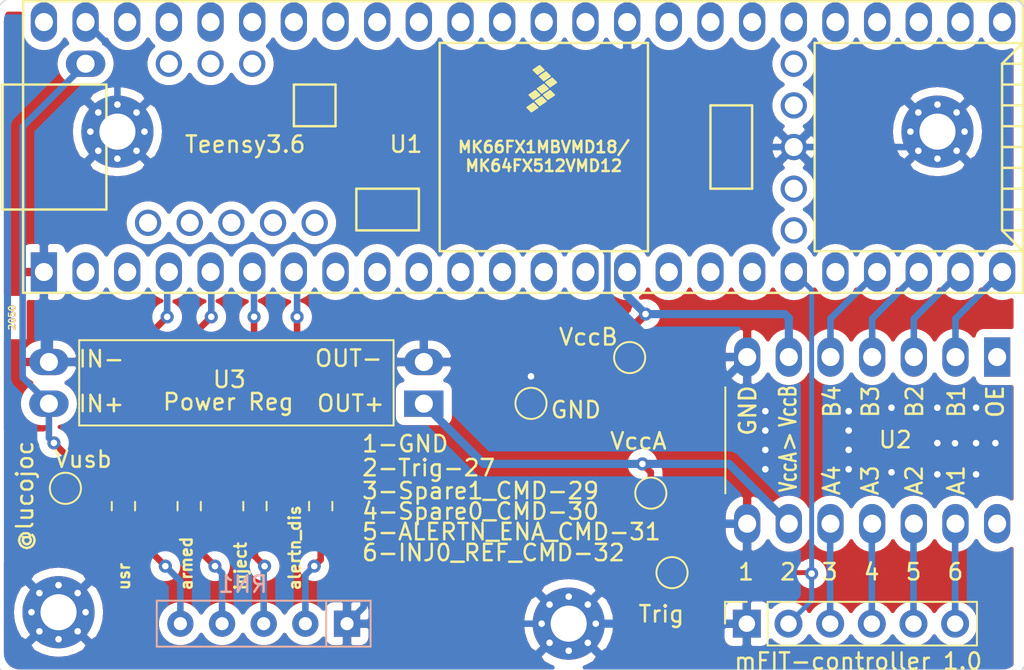
<source format=kicad_pcb>
(kicad_pcb (version 20171130) (host pcbnew "(5.1.6)-1")
  (layers (0 F.Cu signal) (31 B.Cu signal) (34 B.Paste user hide) (35 F.Paste user hide) (36 B.SilkS user hide) (37 F.SilkS user hide) (38 B.Mask user hide) (39 F.Mask user hide) (44 Edge.Cuts user hide))
  (net 0 "")
  (net 1 "Net-(U1-Pad62)")
  (net 2 "Net-(U1-Pad61)")
  (net 3 "Net-(U1-Pad60)")
  (net 4 "Net-(U1-Pad59)")
  (net 5 "Net-(U1-Pad58)")
  (net 6 "Net-(U1-Pad57)")
  (net 7 "Net-(U1-Pad56)")
  (net 8 "Net-(U1-Pad55)")
  (net 9 "Net-(U1-Pad53)")
  (net 10 "Net-(U1-Pad51)")
  (net 11 "Net-(U1-Pad50)")
  (net 12 "Net-(U1-Pad49)")
  (net 13 "Net-(U1-Pad48)")
  (net 14 "Net-(U1-Pad47)")
  (net 15 "Net-(U1-Pad46)")
  (net 16 "Net-(U1-Pad45)")
  (net 17 "Net-(U1-Pad44)")
  (net 18 "Net-(U1-Pad43)")
  (net 19 "Net-(U1-Pad42)")
  (net 20 "Net-(U1-Pad41)")
  (net 21 "Net-(U1-Pad40)")
  (net 22 "Net-(U1-Pad38)")
  (net 23 "Net-(U1-Pad2)")
  (net 24 "Net-(U1-Pad3)")
  (net 25 "Net-(U1-Pad8)")
  (net 26 "Net-(U1-Pad9)")
  (net 27 "Net-(U1-Pad10)")
  (net 28 "Net-(U1-Pad11)")
  (net 29 "Net-(U1-Pad12)")
  (net 30 "Net-(U1-Pad13)")
  (net 31 "Net-(U1-Pad37)")
  (net 32 "Net-(U1-Pad36)")
  (net 33 "Net-(U1-Pad35)")
  (net 34 "Net-(U1-Pad34)")
  (net 35 "Net-(U1-Pad33)")
  (net 36 "Net-(U1-Pad32)")
  (net 37 "Net-(U1-Pad31)")
  (net 38 "Net-(U1-Pad30)")
  (net 39 "Net-(U1-Pad29)")
  (net 40 "Net-(U1-Pad28)")
  (net 41 "Net-(U1-Pad26)")
  (net 42 "Net-(U1-Pad25)")
  (net 43 "Net-(U1-Pad14)")
  (net 44 "Net-(U1-Pad16)")
  (net 45 "Net-(U1-Pad20)")
  (net 46 "Net-(U1-Pad18)")
  (net 47 "Net-(U1-Pad17)")
  (net 48 "Net-(U2-Pad1)")
  (net 49 "Net-(U2-Pad14)")
  (net 50 /VccA)
  (net 51 GND)
  (net 52 /VccB)
  (net 53 /Trig)
  (net 54 "Net-(D1-Pad2)")
  (net 55 "Net-(D1-Pad1)")
  (net 56 "Net-(D2-Pad2)")
  (net 57 "Net-(D2-Pad1)")
  (net 58 "Net-(D3-Pad2)")
  (net 59 "Net-(D3-Pad1)")
  (net 60 "Net-(D4-Pad2)")
  (net 61 "Net-(D4-Pad1)")
  (net 62 /INJ0_REF_CMD)
  (net 63 /ALERTN_ENA_CMD)
  (net 64 /SPARE0_CMD)
  (net 65 /SPARE1_CMD)
  (net 66 /INJ0_REF)
  (net 67 /ALERTN_ENA)
  (net 68 /SPARE0)
  (net 69 /SPARE1)
  (net 70 /Vusb)
  (module power-reg-breakout:breakout-power-reg (layer F.Cu) (at 138.684 116.586 180)
    (fp_text reference U3 (at 11.85672 1.4732) (layer F.SilkS))
    (fp_text value power-reg-1.8V)
    (fp_text user "Power Reg" (at 11.92022 0.10668) (layer F.SilkS))
    (fp_text user OUT+ (at 4.4577 0.0127) (layer F.SilkS))
    (fp_text user OUT- (at 4.58724 2.76098) (layer F.SilkS))
    (fp_text user IN- (at 19.6596 2.72288) (layer F.SilkS))
    (fp_text user IN+ (at 19.6596 -0.00508) (layer F.SilkS))
    (fp_line (start 21.015 -1.33) (end 1.845 -1.33) (layer F.SilkS) (width 0.12))
    (fp_line (start 1.845 -1.33) (end 1.845 3.87) (layer F.SilkS) (width 0.12))
    (fp_line (start 1.845 3.87) (end 21.015 3.87) (layer F.SilkS) (width 0.12))
    (fp_line (start 21.015 3.87) (end 21.015 -1.33) (layer F.SilkS) (width 0.12))
    (pad 1 thru_hole rect (at 0 0 180) (size 2.4 1.6) (drill 1.1) (layers *.Cu *.Mask) (net 50 /VccA))
    (pad 3 thru_hole oval (at 22.86 2.54 180) (size 2.4 1.6) (drill 1.1) (layers *.Cu *.Mask) (net 51 GND))
    (pad 2 thru_hole oval (at 0 2.54 180) (size 2.4 1.6) (drill 1.1) (layers *.Cu *.Mask) (net 51 GND))
    (pad 4 thru_hole oval (at 22.86 0 180) (size 2.4 1.6) (drill 1.1) (layers *.Cu *.Mask) (net 70 /Vusb))
  )
  (module txb0104-breakout:TXB0104-breakout (layer F.Cu) (at 173.63694 113.74374 270)
    (fp_text reference U2 (at 5.04444 6.2103 180) (layer F.SilkS))
    (fp_text value TXB-0104-breakout)
    (fp_text user A4 (at 7.51332 10.08634 90) (layer F.SilkS))
    (fp_text user A1 (at 7.51332 2.50444 90) (layer F.SilkS))
    (fp_text user A3 (at 7.51332 7.73938 90) (layer F.SilkS))
    (fp_text user A2 (at 7.51332 5.05206 90) (layer F.SilkS))
    (fp_text user GND (at 3.265419 15.2019 90) (layer F.SilkS))
    (fp_text user GND (at 3.265419 15.2019 90) (layer F.SilkS))
    (fp_text user > (at 5.15112 12.71524 90) (layer F.SilkS))
    (fp_text user VccA (at 7.01548 12.73556 90) (layer F.SilkS) (effects (font (size 1 0.7))))
    (fp_text user VccB (at 2.99161 12.75588 90) (layer F.SilkS) (effects (font (size 1 0.7))))
    (fp_text user B4 (at 2.7178 10.06602 90) (layer F.SilkS))
    (fp_text user B3 (at 2.7178 7.71906 90) (layer F.SilkS))
    (fp_text user B2 (at 2.7178 5.03174 90) (layer F.SilkS))
    (fp_text user B1 (at 2.7178 2.48412 90) (layer F.SilkS))
    (fp_text user OE (at 2.7178 0.11684 90) (layer F.SilkS))
    (fp_text user OE (at 2.7178 0.11684 90) (layer F.SilkS))
    (fp_line (start 1.845 16.57) (end 8.315 16.57) (layer F.SilkS) (width 0.12))
    (pad 1 thru_hole rect (at 0 0 270) (size 2.4 1.6) (drill 1.1) (layers *.Cu *.Mask) (net 48 "Net-(U2-Pad1)"))
    (pad 8 thru_hole oval (at 10.16 15.24 270) (size 2.4 1.6) (drill 1.1) (layers *.Cu *.Mask) (net 51 GND))
    (pad 2 thru_hole oval (at 0 2.54 270) (size 2.4 1.6) (drill 1.1) (layers *.Cu *.Mask) (net 66 /INJ0_REF))
    (pad 9 thru_hole oval (at 10.16 12.7 270) (size 2.4 1.6) (drill 1.1) (layers *.Cu *.Mask) (net 50 /VccA))
    (pad 3 thru_hole oval (at 0 5.08 270) (size 2.4 1.6) (drill 1.1) (layers *.Cu *.Mask) (net 67 /ALERTN_ENA))
    (pad 10 thru_hole oval (at 10.16 10.16 270) (size 2.4 1.6) (drill 1.1) (layers *.Cu *.Mask) (net 65 /SPARE1_CMD))
    (pad 4 thru_hole oval (at 0 7.62 270) (size 2.4 1.6) (drill 1.1) (layers *.Cu *.Mask) (net 68 /SPARE0))
    (pad 11 thru_hole oval (at 10.16 7.62 270) (size 2.4 1.6) (drill 1.1) (layers *.Cu *.Mask) (net 64 /SPARE0_CMD))
    (pad 5 thru_hole oval (at 0 10.16 270) (size 2.4 1.6) (drill 1.1) (layers *.Cu *.Mask) (net 69 /SPARE1))
    (pad 12 thru_hole oval (at 10.16 5.08 270) (size 2.4 1.6) (drill 1.1) (layers *.Cu *.Mask) (net 63 /ALERTN_ENA_CMD))
    (pad 6 thru_hole oval (at 0 12.7 270) (size 2.4 1.6) (drill 1.1) (layers *.Cu *.Mask) (net 52 /VccB))
    (pad 13 thru_hole oval (at 10.16 2.54 270) (size 2.4 1.6) (drill 1.1) (layers *.Cu *.Mask) (net 62 /INJ0_REF_CMD))
    (pad 7 thru_hole oval (at 0 15.24 270) (size 2.4 1.6) (drill 1.1) (layers *.Cu *.Mask) (net 51 GND))
    (pad 14 thru_hole oval (at 10.16 0 270) (size 2.4 1.6) (drill 1.1) (layers *.Cu *.Mask) (net 49 "Net-(U2-Pad14)"))
  )
  (module TestPoint:TestPoint_Pad_D1.5mm (layer F.Cu) (at 116.82984 121.74728)
    (fp_text reference TP5 hide)
    (fp_text value TestPoint)
    (fp_circle (center 0 0) (end 0 0.95) (layer F.SilkS) (width 0.12))
    (pad 1 smd circle (at 0 0) (size 1.5 1.5) (layers F.Cu F.Mask) (net 70 /Vusb))
  )
  (module teensy:Teensy35_36 (layer F.Cu) (at 144.7292 100.9396)
    (fp_text reference U1 (at -7.13486 -0.16764) (layer F.SilkS))
    (fp_text value Teensy3.6)
    (fp_poly (pts (xy 1.27 -3.81) (xy 1.524 -3.556) (xy 1.143 -3.302) (xy 0.889 -3.556)) (layer F.SilkS) (width 0.1))
    (fp_poly (pts (xy 1.397 -4.572) (xy 1.651 -4.318) (xy 1.27 -4.064) (xy 1.016 -4.318)) (layer F.SilkS) (width 0.1))
    (fp_poly (pts (xy 1.651 -3.429) (xy 1.905 -3.175) (xy 1.524 -2.921) (xy 1.27 -3.175)) (layer F.SilkS) (width 0.1))
    (fp_poly (pts (xy 1.143 -3.048) (xy 1.397 -2.794) (xy 1.016 -2.54) (xy 0.762 -2.794)) (layer F.SilkS) (width 0.1))
    (fp_poly (pts (xy 1.778 -4.191) (xy 2.032 -3.937) (xy 1.651 -3.683) (xy 1.397 -3.937)) (layer F.SilkS) (width 0.1))
    (fp_poly (pts (xy 0.635 -2.667) (xy 0.889 -2.413) (xy 0.508 -2.159) (xy 0.254 -2.413)) (layer F.SilkS) (width 0.1))
    (fp_poly (pts (xy 0.762 -3.429) (xy 1.016 -3.175) (xy 0.635 -2.921) (xy 0.381 -3.175)) (layer F.SilkS) (width 0.1))
    (fp_poly (pts (xy 1.016 -4.953) (xy 1.27 -4.699) (xy 0.889 -4.445) (xy 0.635 -4.699)) (layer F.SilkS) (width 0.1))
    (fp_line (start -30.48 8.89) (end -30.48 -8.89) (layer F.SilkS) (width 0.15))
    (fp_line (start 30.48 -8.89) (end 30.48 8.89) (layer F.SilkS) (width 0.15))
    (fp_line (start 11.43 -2.54) (end 13.97 -2.54) (layer F.SilkS) (width 0.15))
    (fp_line (start 11.43 2.54) (end 11.43 -2.54) (layer F.SilkS) (width 0.15))
    (fp_line (start 13.97 2.54) (end 11.43 2.54) (layer F.SilkS) (width 0.15))
    (fp_line (start 13.97 -2.54) (end 13.97 2.54) (layer F.SilkS) (width 0.15))
    (fp_line (start -25.4 3.81) (end -30.48 3.81) (layer F.SilkS) (width 0.15))
    (fp_line (start -25.4 -3.81) (end -30.48 -3.81) (layer F.SilkS) (width 0.15))
    (fp_line (start -25.4 3.81) (end -25.4 -3.81) (layer F.SilkS) (width 0.15))
    (fp_line (start -31.75 -3.81) (end -30.48 -3.81) (layer F.SilkS) (width 0.15))
    (fp_line (start -31.75 3.81) (end -31.75 -3.81) (layer F.SilkS) (width 0.15))
    (fp_line (start -30.48 3.81) (end -31.75 3.81) (layer F.SilkS) (width 0.15))
    (fp_line (start -30.48 8.89) (end 30.48 8.89) (layer F.SilkS) (width 0.15))
    (fp_line (start 30.48 -8.89) (end -30.48 -8.89) (layer F.SilkS) (width 0.15))
    (fp_line (start 17.78 6.35) (end 30.48 6.35) (layer F.SilkS) (width 0.15))
    (fp_line (start 17.78 -6.35) (end 17.78 6.35) (layer F.SilkS) (width 0.15))
    (fp_line (start 30.48 -6.35) (end 17.78 -6.35) (layer F.SilkS) (width 0.15))
    (fp_line (start 29.21 -5.08) (end 30.48 -6.35) (layer F.SilkS) (width 0.15))
    (fp_line (start 29.21 5.08) (end 29.21 -5.08) (layer F.SilkS) (width 0.15))
    (fp_line (start 30.48 6.35) (end 29.21 5.08) (layer F.SilkS) (width 0.15))
    (fp_line (start 29.21 -5.08) (end 30.48 -5.08) (layer F.SilkS) (width 0.15))
    (fp_line (start 29.21 -3.81) (end 30.48 -3.81) (layer F.SilkS) (width 0.15))
    (fp_line (start 29.21 -2.54) (end 30.48 -2.54) (layer F.SilkS) (width 0.15))
    (fp_line (start 29.21 -1.27) (end 30.48 -1.27) (layer F.SilkS) (width 0.15))
    (fp_line (start 29.21 0) (end 30.48 0) (layer F.SilkS) (width 0.15))
    (fp_line (start 29.21 1.27) (end 30.48 1.27) (layer F.SilkS) (width 0.15))
    (fp_line (start 29.21 2.54) (end 30.48 2.54) (layer F.SilkS) (width 0.15))
    (fp_line (start 29.21 3.81) (end 30.48 3.81) (layer F.SilkS) (width 0.15))
    (fp_line (start 29.21 5.08) (end 30.48 5.08) (layer F.SilkS) (width 0.15))
    (fp_line (start -5.08 -6.35) (end 7.62 -6.35) (layer F.SilkS) (width 0.15))
    (fp_line (start -5.08 6.35) (end 7.62 6.35) (layer F.SilkS) (width 0.15))
    (fp_line (start -5.08 -6.35) (end -5.08 6.35) (layer F.SilkS) (width 0.15))
    (fp_line (start 7.62 6.35) (end 7.62 -6.35) (layer F.SilkS) (width 0.15))
    (fp_line (start -6.35 2.54) (end -6.35 5.08) (layer F.SilkS) (width 0.15))
    (fp_line (start -10.16 2.54) (end -6.35 2.54) (layer F.SilkS) (width 0.15))
    (fp_line (start -10.16 5.08) (end -10.16 2.54) (layer F.SilkS) (width 0.15))
    (fp_line (start -6.35 5.08) (end -10.16 5.08) (layer F.SilkS) (width 0.15))
    (fp_line (start -11.43 -3.81) (end -13.97 -3.81) (layer F.SilkS) (width 0.15))
    (fp_line (start -11.43 -1.27) (end -11.43 -3.81) (layer F.SilkS) (width 0.15))
    (fp_line (start -13.97 -1.27) (end -11.43 -1.27) (layer F.SilkS) (width 0.15))
    (fp_line (start -13.97 -3.81) (end -13.97 -1.27) (layer F.SilkS) (width 0.15))
    (fp_text user MK64FX512VMD12 (at 1.27 1.143) (layer F.SilkS) (effects (font (size 0.7 0.7))))
    (fp_text user MK66FX1MBVMD18/ (at 1.27 0) (layer F.SilkS) (effects (font (size 0.7 0.7))))
    (pad 62 thru_hole circle (at -12.7 4.62) (size 1.6 1.6) (drill 1.1) (layers *.Cu *.Mask) (net 1 "Net-(U1-Pad62)"))
    (pad 61 thru_hole circle (at -15.24 4.62) (size 1.6 1.6) (drill 1.1) (layers *.Cu *.Mask) (net 2 "Net-(U1-Pad61)"))
    (pad 60 thru_hole circle (at -17.78 4.62) (size 1.6 1.6) (drill 1.1) (layers *.Cu *.Mask) (net 3 "Net-(U1-Pad60)"))
    (pad 59 thru_hole circle (at -20.32 4.62) (size 1.6 1.6) (drill 1.1) (layers *.Cu *.Mask) (net 4 "Net-(U1-Pad59)"))
    (pad 58 thru_hole circle (at -22.86 4.62) (size 1.6 1.6) (drill 1.1) (layers *.Cu *.Mask) (net 5 "Net-(U1-Pad58)"))
    (pad 57 thru_hole circle (at -16.51 -5.08) (size 1.6 1.6) (drill 1.1) (layers *.Cu *.Mask) (net 6 "Net-(U1-Pad57)"))
    (pad 56 thru_hole circle (at -19.05 -5.08) (size 1.6 1.6) (drill 1.1) (layers *.Cu *.Mask) (net 7 "Net-(U1-Pad56)"))
    (pad 55 thru_hole circle (at -21.59 -5.08) (size 1.6 1.6) (drill 1.1) (layers *.Cu *.Mask) (net 8 "Net-(U1-Pad55)"))
    (pad 54 thru_hole oval (at -26.67 -5.08 90) (size 1.6 2.4) (drill 1.1) (layers *.Cu *.Mask) (net 70 /Vusb))
    (pad 53 thru_hole oval (at -29.21 -7.62) (size 1.6 2.4) (drill 1.1) (layers *.Cu *.Mask) (net 9 "Net-(U1-Pad53)"))
    (pad 52 thru_hole oval (at -26.67 -7.62) (size 1.6 2.4) (drill 1.1) (layers *.Cu *.Mask) (net 51 GND))
    (pad 51 thru_hole oval (at -24.13 -7.62) (size 1.6 2.4) (drill 1.1) (layers *.Cu *.Mask) (net 10 "Net-(U1-Pad51)"))
    (pad 50 thru_hole oval (at -21.59 -7.62) (size 1.6 2.4) (drill 1.1) (layers *.Cu *.Mask) (net 11 "Net-(U1-Pad50)"))
    (pad 49 thru_hole oval (at -19.05 -7.62) (size 1.6 2.4) (drill 1.1) (layers *.Cu *.Mask) (net 12 "Net-(U1-Pad49)"))
    (pad 48 thru_hole oval (at -16.51 -7.62) (size 1.6 2.4) (drill 1.1) (layers *.Cu *.Mask) (net 13 "Net-(U1-Pad48)"))
    (pad 47 thru_hole oval (at -13.97 -7.62) (size 1.6 2.4) (drill 1.1) (layers *.Cu *.Mask) (net 14 "Net-(U1-Pad47)"))
    (pad 46 thru_hole oval (at -11.43 -7.62) (size 1.6 2.4) (drill 1.1) (layers *.Cu *.Mask) (net 15 "Net-(U1-Pad46)"))
    (pad 45 thru_hole oval (at -8.89 -7.62) (size 1.6 2.4) (drill 1.1) (layers *.Cu *.Mask) (net 16 "Net-(U1-Pad45)"))
    (pad 44 thru_hole oval (at -6.35 -7.62) (size 1.6 2.4) (drill 1.1) (layers *.Cu *.Mask) (net 17 "Net-(U1-Pad44)"))
    (pad 43 thru_hole oval (at -3.81 -7.62) (size 1.6 2.4) (drill 1.1) (layers *.Cu *.Mask) (net 18 "Net-(U1-Pad43)"))
    (pad 42 thru_hole oval (at -1.27 -7.62) (size 1.6 2.4) (drill 1.1) (layers *.Cu *.Mask) (net 19 "Net-(U1-Pad42)"))
    (pad 41 thru_hole oval (at 1.27 -7.62) (size 1.6 2.4) (drill 1.1) (layers *.Cu *.Mask) (net 20 "Net-(U1-Pad41)"))
    (pad 40 thru_hole oval (at 3.81 -7.62) (size 1.6 2.4) (drill 1.1) (layers *.Cu *.Mask) (net 21 "Net-(U1-Pad40)"))
    (pad 39 thru_hole oval (at 6.35 -7.62) (size 1.6 2.4) (drill 1.1) (layers *.Cu *.Mask) (net 51 GND))
    (pad 38 thru_hole oval (at 8.89 -7.62) (size 1.6 2.4) (drill 1.1) (layers *.Cu *.Mask) (net 22 "Net-(U1-Pad38)"))
    (pad 1 thru_hole rect (at -29.21 7.62) (size 1.6 2.4) (drill 1.1) (layers *.Cu *.Mask) (net 51 GND))
    (pad 2 thru_hole oval (at -26.67 7.62) (size 1.6 2.4) (drill 1.1) (layers *.Cu *.Mask) (net 23 "Net-(U1-Pad2)"))
    (pad 3 thru_hole oval (at -24.13 7.62) (size 1.6 2.4) (drill 1.1) (layers *.Cu *.Mask) (net 24 "Net-(U1-Pad3)"))
    (pad 4 thru_hole oval (at -21.59 7.62) (size 1.6 2.4) (drill 1.1) (layers *.Cu *.Mask) (net 54 "Net-(D1-Pad2)"))
    (pad 5 thru_hole oval (at -19.05 7.62) (size 1.6 2.4) (drill 1.1) (layers *.Cu *.Mask) (net 56 "Net-(D2-Pad2)"))
    (pad 6 thru_hole oval (at -16.51 7.62) (size 1.6 2.4) (drill 1.1) (layers *.Cu *.Mask) (net 58 "Net-(D3-Pad2)"))
    (pad 7 thru_hole oval (at -13.97 7.62) (size 1.6 2.4) (drill 1.1) (layers *.Cu *.Mask) (net 60 "Net-(D4-Pad2)"))
    (pad 8 thru_hole oval (at -11.43 7.62) (size 1.6 2.4) (drill 1.1) (layers *.Cu *.Mask) (net 25 "Net-(U1-Pad8)"))
    (pad 9 thru_hole oval (at -8.89 7.62) (size 1.6 2.4) (drill 1.1) (layers *.Cu *.Mask) (net 26 "Net-(U1-Pad9)"))
    (pad 10 thru_hole oval (at -6.35 7.62) (size 1.6 2.4) (drill 1.1) (layers *.Cu *.Mask) (net 27 "Net-(U1-Pad10)"))
    (pad 11 thru_hole oval (at -3.81 7.62) (size 1.6 2.4) (drill 1.1) (layers *.Cu *.Mask) (net 28 "Net-(U1-Pad11)"))
    (pad 12 thru_hole oval (at -1.27 7.62) (size 1.6 2.4) (drill 1.1) (layers *.Cu *.Mask) (net 29 "Net-(U1-Pad12)"))
    (pad 13 thru_hole oval (at 1.27 7.62) (size 1.6 2.4) (drill 1.1) (layers *.Cu *.Mask) (net 30 "Net-(U1-Pad13)"))
    (pad 37 thru_hole oval (at 11.43 -7.62) (size 1.6 2.4) (drill 1.1) (layers *.Cu *.Mask) (net 31 "Net-(U1-Pad37)"))
    (pad 36 thru_hole oval (at 13.97 -7.62) (size 1.6 2.4) (drill 1.1) (layers *.Cu *.Mask) (net 32 "Net-(U1-Pad36)"))
    (pad 35 thru_hole oval (at 16.51 -7.62) (size 1.6 2.4) (drill 1.1) (layers *.Cu *.Mask) (net 33 "Net-(U1-Pad35)"))
    (pad 34 thru_hole oval (at 19.05 -7.62) (size 1.6 2.4) (drill 1.1) (layers *.Cu *.Mask) (net 34 "Net-(U1-Pad34)"))
    (pad 33 thru_hole oval (at 21.59 -7.62) (size 1.6 2.4) (drill 1.1) (layers *.Cu *.Mask) (net 35 "Net-(U1-Pad33)"))
    (pad 32 thru_hole oval (at 24.13 -7.62) (size 1.6 2.4) (drill 1.1) (layers *.Cu *.Mask) (net 36 "Net-(U1-Pad32)"))
    (pad 31 thru_hole oval (at 26.67 -7.62) (size 1.6 2.4) (drill 1.1) (layers *.Cu *.Mask) (net 37 "Net-(U1-Pad31)"))
    (pad 30 thru_hole oval (at 29.21 -7.62) (size 1.6 2.4) (drill 1.1) (layers *.Cu *.Mask) (net 38 "Net-(U1-Pad30)"))
    (pad 29 thru_hole circle (at 16.51 -5.08) (size 1.6 1.6) (drill 1.1) (layers *.Cu *.Mask) (net 39 "Net-(U1-Pad29)"))
    (pad 28 thru_hole circle (at 16.51 -2.54) (size 1.6 1.6) (drill 1.1) (layers *.Cu *.Mask) (net 40 "Net-(U1-Pad28)"))
    (pad 27 thru_hole circle (at 16.51 0) (size 1.6 1.6) (drill 1.1) (layers *.Cu *.Mask) (net 51 GND))
    (pad 26 thru_hole circle (at 16.51 2.54) (size 1.6 1.6) (drill 1.1) (layers *.Cu *.Mask) (net 41 "Net-(U1-Pad26)"))
    (pad 25 thru_hole circle (at 16.51 5.08) (size 1.6 1.6) (drill 1.1) (layers *.Cu *.Mask) (net 42 "Net-(U1-Pad25)"))
    (pad 24 thru_hole oval (at 29.21 7.62) (size 1.6 2.4) (drill 1.1) (layers *.Cu *.Mask) (net 66 /INJ0_REF))
    (pad 23 thru_hole oval (at 26.67 7.62) (size 1.6 2.4) (drill 1.1) (layers *.Cu *.Mask) (net 67 /ALERTN_ENA))
    (pad 22 thru_hole oval (at 24.13 7.62) (size 1.6 2.4) (drill 1.1) (layers *.Cu *.Mask) (net 68 /SPARE0))
    (pad 21 thru_hole oval (at 21.59 7.62) (size 1.6 2.4) (drill 1.1) (layers *.Cu *.Mask) (net 69 /SPARE1))
    (pad 14 thru_hole oval (at 3.81 7.62) (size 1.6 2.4) (drill 1.1) (layers *.Cu *.Mask) (net 43 "Net-(U1-Pad14)"))
    (pad 15 thru_hole oval (at 6.35 7.62) (size 1.6 2.4) (drill 1.1) (layers *.Cu *.Mask) (net 52 /VccB))
    (pad 16 thru_hole oval (at 8.89 7.62) (size 1.6 2.4) (drill 1.1) (layers *.Cu *.Mask) (net 44 "Net-(U1-Pad16)"))
    (pad 20 thru_hole oval (at 19.05 7.62) (size 1.6 2.4) (drill 1.1) (layers *.Cu *.Mask) (net 45 "Net-(U1-Pad20)"))
    (pad 19 thru_hole oval (at 16.51 7.62) (size 1.6 2.4) (drill 1.1) (layers *.Cu *.Mask) (net 53 /Trig))
    (pad 18 thru_hole oval (at 13.97 7.62) (size 1.6 2.4) (drill 1.1) (layers *.Cu *.Mask) (net 46 "Net-(U1-Pad18)"))
    (pad 17 thru_hole oval (at 11.43 7.62) (size 1.6 2.4) (drill 1.1) (layers *.Cu *.Mask) (net 47 "Net-(U1-Pad17)"))
  )
  (module MountingHole:MountingHole_2.2mm_M2_Pad_Via (layer F.Cu) (at 120 100)
    (fp_text reference H4 hide)
    (fp_text value MountingHole_Pad)
    (pad 1 thru_hole circle (at 1.166726 -1.166726) (size 0.7 0.7) (drill 0.4) (layers *.Cu *.Mask) (net 51 GND))
    (pad 1 thru_hole circle (at 0 -1.65) (size 0.7 0.7) (drill 0.4) (layers *.Cu *.Mask) (net 51 GND))
    (pad 1 thru_hole circle (at -1.166726 -1.166726) (size 0.7 0.7) (drill 0.4) (layers *.Cu *.Mask) (net 51 GND))
    (pad 1 thru_hole circle (at -1.65 0) (size 0.7 0.7) (drill 0.4) (layers *.Cu *.Mask) (net 51 GND))
    (pad 1 thru_hole circle (at -1.166726 1.166726) (size 0.7 0.7) (drill 0.4) (layers *.Cu *.Mask) (net 51 GND))
    (pad 1 thru_hole circle (at 0 1.65) (size 0.7 0.7) (drill 0.4) (layers *.Cu *.Mask) (net 51 GND))
    (pad 1 thru_hole circle (at 1.166726 1.166726) (size 0.7 0.7) (drill 0.4) (layers *.Cu *.Mask) (net 51 GND))
    (pad 1 thru_hole circle (at 1.65 0) (size 0.7 0.7) (drill 0.4) (layers *.Cu *.Mask) (net 51 GND))
    (pad 1 thru_hole circle (at 0 0) (size 4.4 4.4) (drill 2.2) (layers *.Cu *.Mask) (net 51 GND))
  )
  (module MountingHole:MountingHole_2.2mm_M2_Pad_Via (layer F.Cu) (at 170 100)
    (fp_text reference H3 hide)
    (fp_text value MountingHole_Pad)
    (pad 1 thru_hole circle (at 1.166726 -1.166726) (size 0.7 0.7) (drill 0.4) (layers *.Cu *.Mask) (net 51 GND))
    (pad 1 thru_hole circle (at 0 -1.65) (size 0.7 0.7) (drill 0.4) (layers *.Cu *.Mask) (net 51 GND))
    (pad 1 thru_hole circle (at -1.166726 -1.166726) (size 0.7 0.7) (drill 0.4) (layers *.Cu *.Mask) (net 51 GND))
    (pad 1 thru_hole circle (at -1.65 0) (size 0.7 0.7) (drill 0.4) (layers *.Cu *.Mask) (net 51 GND))
    (pad 1 thru_hole circle (at -1.166726 1.166726) (size 0.7 0.7) (drill 0.4) (layers *.Cu *.Mask) (net 51 GND))
    (pad 1 thru_hole circle (at 0 1.65) (size 0.7 0.7) (drill 0.4) (layers *.Cu *.Mask) (net 51 GND))
    (pad 1 thru_hole circle (at 1.166726 1.166726) (size 0.7 0.7) (drill 0.4) (layers *.Cu *.Mask) (net 51 GND))
    (pad 1 thru_hole circle (at 1.65 0) (size 0.7 0.7) (drill 0.4) (layers *.Cu *.Mask) (net 51 GND))
    (pad 1 thru_hole circle (at 0 0) (size 4.4 4.4) (drill 2.2) (layers *.Cu *.Mask) (net 51 GND))
  )
  (module MountingHole:MountingHole_2.2mm_M2_Pad_Via (layer F.Cu) (at 147.51558 130)
    (fp_text reference H2 hide)
    (fp_text value MountingHole_Pad)
    (pad 1 thru_hole circle (at 1.166726 -1.166726) (size 0.7 0.7) (drill 0.4) (layers *.Cu *.Mask) (net 51 GND))
    (pad 1 thru_hole circle (at 0 -1.65) (size 0.7 0.7) (drill 0.4) (layers *.Cu *.Mask) (net 51 GND))
    (pad 1 thru_hole circle (at -1.166726 -1.166726) (size 0.7 0.7) (drill 0.4) (layers *.Cu *.Mask) (net 51 GND))
    (pad 1 thru_hole circle (at -1.65 0) (size 0.7 0.7) (drill 0.4) (layers *.Cu *.Mask) (net 51 GND))
    (pad 1 thru_hole circle (at -1.166726 1.166726) (size 0.7 0.7) (drill 0.4) (layers *.Cu *.Mask) (net 51 GND))
    (pad 1 thru_hole circle (at 0 1.65) (size 0.7 0.7) (drill 0.4) (layers *.Cu *.Mask) (net 51 GND))
    (pad 1 thru_hole circle (at 1.166726 1.166726) (size 0.7 0.7) (drill 0.4) (layers *.Cu *.Mask) (net 51 GND))
    (pad 1 thru_hole circle (at 1.65 0) (size 0.7 0.7) (drill 0.4) (layers *.Cu *.Mask) (net 51 GND))
    (pad 1 thru_hole circle (at 0 0) (size 4.4 4.4) (drill 2.2) (layers *.Cu *.Mask) (net 51 GND))
  )
  (module MountingHole:MountingHole_2.2mm_M2_Pad_Via (layer F.Cu) (at 116.41074 129.30124)
    (fp_text reference H1 hide)
    (fp_text value MountingHole_Pad)
    (pad 1 thru_hole circle (at 1.166726 -1.166726) (size 0.7 0.7) (drill 0.4) (layers *.Cu *.Mask) (net 51 GND))
    (pad 1 thru_hole circle (at 0 -1.65) (size 0.7 0.7) (drill 0.4) (layers *.Cu *.Mask) (net 51 GND))
    (pad 1 thru_hole circle (at -1.166726 -1.166726) (size 0.7 0.7) (drill 0.4) (layers *.Cu *.Mask) (net 51 GND))
    (pad 1 thru_hole circle (at -1.65 0) (size 0.7 0.7) (drill 0.4) (layers *.Cu *.Mask) (net 51 GND))
    (pad 1 thru_hole circle (at -1.166726 1.166726) (size 0.7 0.7) (drill 0.4) (layers *.Cu *.Mask) (net 51 GND))
    (pad 1 thru_hole circle (at 0 1.65) (size 0.7 0.7) (drill 0.4) (layers *.Cu *.Mask) (net 51 GND))
    (pad 1 thru_hole circle (at 1.166726 1.166726) (size 0.7 0.7) (drill 0.4) (layers *.Cu *.Mask) (net 51 GND))
    (pad 1 thru_hole circle (at 1.65 0) (size 0.7 0.7) (drill 0.4) (layers *.Cu *.Mask) (net 51 GND))
    (pad 1 thru_hole circle (at 0 0) (size 4.4 4.4) (drill 2.2) (layers *.Cu *.Mask) (net 51 GND))
  )
  (module Resistor_THT:R_Array_SIP5 (layer B.Cu) (at 134 130 180)
    (fp_text reference RN1 (at 6.35 2.4) (layer B.SilkS) (effects (justify mirror)))
    (fp_text value 470)
    (fp_line (start -1.44 1.4) (end -1.44 -1.4) (layer B.SilkS) (width 0.12))
    (fp_line (start -1.44 -1.4) (end 11.6 -1.4) (layer B.SilkS) (width 0.12))
    (fp_line (start 11.6 -1.4) (end 11.6 1.4) (layer B.SilkS) (width 0.12))
    (fp_line (start 11.6 1.4) (end -1.44 1.4) (layer B.SilkS) (width 0.12))
    (fp_line (start 1.27 1.4) (end 1.27 -1.4) (layer B.SilkS) (width 0.12))
    (pad 5 thru_hole oval (at 10.16 0 180) (size 1.6 1.6) (drill 0.8) (layers *.Cu *.Mask) (net 55 "Net-(D1-Pad1)"))
    (pad 4 thru_hole oval (at 7.62 0 180) (size 1.6 1.6) (drill 0.8) (layers *.Cu *.Mask) (net 57 "Net-(D2-Pad1)"))
    (pad 3 thru_hole oval (at 5.08 0 180) (size 1.6 1.6) (drill 0.8) (layers *.Cu *.Mask) (net 59 "Net-(D3-Pad1)"))
    (pad 2 thru_hole oval (at 2.54 0 180) (size 1.6 1.6) (drill 0.8) (layers *.Cu *.Mask) (net 61 "Net-(D4-Pad1)"))
    (pad 1 thru_hole rect (at 0 0 180) (size 1.6 1.6) (drill 0.8) (layers *.Cu *.Mask) (net 51 GND))
  )
  (module Resistor_SMD:R_0805_2012Metric_Pad1.15x1.40mm_HandSolder (layer F.Cu) (at 132.39496 122.83324 90)
    (fp_text reference D4 hide)
    (fp_text value LED)
    (fp_line (start -0.261252 -0.71) (end 0.261252 -0.71) (layer F.SilkS) (width 0.12))
    (fp_line (start -0.261252 0.71) (end 0.261252 0.71) (layer F.SilkS) (width 0.12))
    (pad 2 smd roundrect (at 1.025 0 90) (size 1.15 1.4) (layers F.Cu F.Paste F.Mask) (roundrect_rratio 0.217391) (net 60 "Net-(D4-Pad2)"))
    (pad 1 smd roundrect (at -1.025 0 90) (size 1.15 1.4) (layers F.Cu F.Paste F.Mask) (roundrect_rratio 0.217391) (net 61 "Net-(D4-Pad1)"))
  )
  (module Resistor_SMD:R_0805_2012Metric_Pad1.15x1.40mm_HandSolder (layer F.Cu) (at 128.385992 122.83324 90)
    (fp_text reference D3 hide)
    (fp_text value LED)
    (fp_line (start -0.261252 -0.71) (end 0.261252 -0.71) (layer F.SilkS) (width 0.12))
    (fp_line (start -0.261252 0.71) (end 0.261252 0.71) (layer F.SilkS) (width 0.12))
    (pad 2 smd roundrect (at 1.025 0 90) (size 1.15 1.4) (layers F.Cu F.Paste F.Mask) (roundrect_rratio 0.217391) (net 58 "Net-(D3-Pad2)"))
    (pad 1 smd roundrect (at -1.025 0 90) (size 1.15 1.4) (layers F.Cu F.Paste F.Mask) (roundrect_rratio 0.217391) (net 59 "Net-(D3-Pad1)"))
  )
  (module Resistor_SMD:R_0805_2012Metric_Pad1.15x1.40mm_HandSolder (layer F.Cu) (at 124.377026 122.83324 90)
    (fp_text reference D2 hide)
    (fp_text value LED)
    (fp_line (start -0.261252 -0.71) (end 0.261252 -0.71) (layer F.SilkS) (width 0.12))
    (fp_line (start -0.261252 0.71) (end 0.261252 0.71) (layer F.SilkS) (width 0.12))
    (pad 2 smd roundrect (at 1.025 0 90) (size 1.15 1.4) (layers F.Cu F.Paste F.Mask) (roundrect_rratio 0.217391) (net 56 "Net-(D2-Pad2)"))
    (pad 1 smd roundrect (at -1.025 0 90) (size 1.15 1.4) (layers F.Cu F.Paste F.Mask) (roundrect_rratio 0.217391) (net 57 "Net-(D2-Pad1)"))
  )
  (module Resistor_SMD:R_0805_2012Metric_Pad1.15x1.40mm_HandSolder (layer F.Cu) (at 120.36806 122.83324 90)
    (fp_text reference D1 hide)
    (fp_text value LED)
    (fp_line (start -0.261252 -0.71) (end 0.261252 -0.71) (layer F.SilkS) (width 0.12))
    (fp_line (start -0.261252 0.71) (end 0.261252 0.71) (layer F.SilkS) (width 0.12))
    (pad 2 smd roundrect (at 1.025 0 90) (size 1.15 1.4) (layers F.Cu F.Paste F.Mask) (roundrect_rratio 0.217391) (net 54 "Net-(D1-Pad2)"))
    (pad 1 smd roundrect (at -1.025 0 90) (size 1.15 1.4) (layers F.Cu F.Paste F.Mask) (roundrect_rratio 0.217391) (net 55 "Net-(D1-Pad1)"))
  )
  (module Connector_PinSocket_2.54mm:PinSocket_1x06_P2.54mm_Vertical (layer F.Cu) (at 158.37662 130 90)
    (fp_text reference J1 hide)
    (fp_text value Conn_01x06_Female)
    (fp_line (start 0 -1.33) (end 1.33 -1.33) (layer F.SilkS) (width 0.12))
    (fp_line (start 1.33 -1.33) (end 1.33 0) (layer F.SilkS) (width 0.12))
    (fp_line (start 1.33 1.27) (end 1.33 14.03) (layer F.SilkS) (width 0.12))
    (fp_line (start -1.33 14.03) (end 1.33 14.03) (layer F.SilkS) (width 0.12))
    (fp_line (start -1.33 1.27) (end -1.33 14.03) (layer F.SilkS) (width 0.12))
    (fp_line (start -1.33 1.27) (end 1.33 1.27) (layer F.SilkS) (width 0.12))
    (pad 6 thru_hole oval (at 0 12.7 90) (size 1.7 1.7) (drill 1) (layers *.Cu *.Mask) (net 62 /INJ0_REF_CMD))
    (pad 5 thru_hole oval (at 0 10.16 90) (size 1.7 1.7) (drill 1) (layers *.Cu *.Mask) (net 63 /ALERTN_ENA_CMD))
    (pad 4 thru_hole oval (at 0 7.62 90) (size 1.7 1.7) (drill 1) (layers *.Cu *.Mask) (net 64 /SPARE0_CMD))
    (pad 3 thru_hole oval (at 0 5.08 90) (size 1.7 1.7) (drill 1) (layers *.Cu *.Mask) (net 65 /SPARE1_CMD))
    (pad 2 thru_hole oval (at 0 2.54 90) (size 1.7 1.7) (drill 1) (layers *.Cu *.Mask) (net 53 /Trig))
    (pad 1 thru_hole rect (at 0 0 90) (size 1.7 1.7) (drill 1) (layers *.Cu *.Mask) (net 51 GND))
  )
  (module TestPoint:TestPoint_Pad_D1.5mm (layer F.Cu) (at 153.81478 126.88824)
    (fp_text reference TP4 hide)
    (fp_text value TestPoint)
    (fp_circle (center 0 0) (end 0 0.95) (layer F.SilkS) (width 0.12))
    (pad 1 smd circle (at 0 0) (size 1.5 1.5) (layers F.Cu F.Mask) (net 53 /Trig))
  )
  (module TestPoint:TestPoint_Pad_D1.5mm (layer F.Cu) (at 151.2316 113.77422)
    (fp_text reference TP3 hide)
    (fp_text value TestPoint)
    (fp_circle (center 0 0) (end 0 0.95) (layer F.SilkS) (width 0.12))
    (pad 1 smd circle (at 0 0) (size 1.5 1.5) (layers F.Cu F.Mask) (net 52 /VccB))
  )
  (module TestPoint:TestPoint_Pad_D1.5mm (layer F.Cu) (at 145.21688 116.56822)
    (fp_text reference TP2 hide)
    (fp_text value TestPoint)
    (fp_circle (center 0 0) (end 0 0.95) (layer F.SilkS) (width 0.12))
    (pad 1 smd circle (at 0 0) (size 1.5 1.5) (layers F.Cu F.Mask) (net 51 GND))
  )
  (module TestPoint:TestPoint_Pad_D1.5mm (layer F.Cu) (at 152.52192 122.04192)
    (fp_text reference TP1 hide)
    (fp_text value TestPoint)
    (fp_circle (center 0 0) (end 0 0.95) (layer F.SilkS) (width 0.12))
    (pad 1 smd circle (at 0 0) (size 1.5 1.5) (layers F.Cu F.Mask) (net 50 /VccA))
  )
  (gr_line (start 114.046 91.694) (end 173.99 91.694) (layer Edge.Cuts) (width 0.1))
  (gr_line (start 112.522 131.826) (end 112.522 93.218) (layer Edge.Cuts) (width 0.1))
  (gr_line (start 173.99 133.35) (end 114.046 133.35) (layer Edge.Cuts) (width 0.1))
  (gr_line (start 175.514 131.826) (end 175.514 93.218) (layer Edge.Cuts) (width 0.1))
  (gr_arc (start 114.046 93.218) (end 114.046 91.694) (angle -90) (layer Edge.Cuts) (width 0.1))
  (gr_arc (start 114.046 131.826) (end 112.522 131.826) (angle -90) (layer Edge.Cuts) (width 0.1))
  (gr_arc (start 173.99 93.218) (end 175.514 93.218) (angle -90) (layer Edge.Cuts) (width 0.1))
  (gr_arc (start 173.99 131.826) (end 173.99 133.35) (angle -90) (layer Edge.Cuts) (width 0.1))
  (gr_text Vusb (at 117.91188 119.97944) (layer F.SilkS) (effects (font (size 1 1))))
  (gr_text Teensy3.6 (at 127.79248 100.77704) (layer F.SilkS) (effects (font (size 1 1))))
  (gr_text @lucojoc (at 114.35588 122.2248 90) (layer F.Cu) (effects (font (size 1 1))))
  (gr_text 2050 (at 113.57356 111.33836 90) (layer F.Cu) (effects (font (size 0.4 0.4) (thickness 0.1))))
  (gr_text Trig (at 153.162 129.413) (layer F.SilkS) (effects (font (size 1 1))))
  (gr_text VccA (at 151.765 118.872) (layer F.SilkS) (effects (font (size 1 1))))
  (gr_text VccB (at 148.717 112.522) (layer F.SilkS) (effects (font (size 1 1))))
  (gr_text GND (at 147.955 116.967) (layer F.SilkS) (effects (font (size 1 1))))
  (gr_text alertn_dis (at 130.81 125.375334 90) (layer F.SilkS) (effects (font (size 0.7 0.7))))
  (gr_text usr (at 120.396 127.125334 90) (layer F.SilkS) (effects (font (size 0.7 0.7))))
  (gr_text inject (at 127.508 126.492 90) (layer F.SilkS) (effects (font (size 0.7 0.7))))
  (gr_text armed (at 124.206 126.325334 90) (layer F.SilkS) (effects (font (size 0.7 0.7))))
  (gr_text 2050 (at 113.57864 111.34598 90) (layer F.SilkS) (effects (font (size 0.4 0.4) (thickness 0.075))))
  (gr_text @lucojoc (at 114.35588 122.2248 90) (layer F.SilkS) (effects (font (size 1 1))))
  (gr_text "mFIT-controller 1.0" (at 165.17112 132.29336) (layer F.SilkS) (effects (font (size 1 1))))
  (gr_text 6 (at 171.09186 126.8476) (layer F.SilkS) (effects (font (size 1 1))))
  (gr_text 5 (at 168.539668 126.8476) (layer F.SilkS) (effects (font (size 1 1))))
  (gr_text 4 (at 165.987476 126.8476) (layer F.SilkS) (effects (font (size 1 1))))
  (gr_text 3 (at 163.435284 126.8476) (layer F.SilkS) (effects (font (size 1 1))))
  (gr_text 2 (at 160.883092 126.8476) (layer F.SilkS) (effects (font (size 1 1))))
  (gr_text 1 (at 158.3309 126.8476) (layer F.SilkS) (effects (font (size 1 1))))
  (gr_text 5-ALERTN_ENA_CMD-31 (at 144.023578 124.39904) (layer F.SilkS) (effects (font (size 1 1))))
  (gr_text 6-INJ0_REF_CMD-32 (at 142.92834 125.67412) (layer F.SilkS) (effects (font (size 1 1))))
  (gr_text 4-Spare0_CMD-30 (at 142.142625 123.14936) (layer F.SilkS) (effects (font (size 1 1))))
  (gr_text 3-Spare1_CMD-29 (at 142.142625 121.90222) (layer F.SilkS) (effects (font (size 1 1))))
  (gr_text 2-Trig-27 (at 138.975959 120.50014) (layer F.SilkS) (effects (font (size 1 1))))
  (gr_text 1-GND (at 137.547387 119.03964) (layer F.SilkS) (effects (font (size 1 1))))
  (segment (start 138.684 116.586) (end 138.684 116.60632) (width 0.5) (layer B.Cu) (net 50))
  (segment (start 138.684 116.60632) (end 142.33652 120.25884) (width 0.5) (layer B.Cu) (net 50))
  (segment (start 157.29204 120.25884) (end 160.93694 123.90374) (width 0.5) (layer B.Cu) (net 50))
  (via (at 152.01138 120.25884) (size 0.8) (drill 0.4) (layers F.Cu B.Cu) (net 50))
  (segment (start 151.9809 120.28932) (end 152.01138 120.25884) (width 0.5) (layer F.Cu) (net 50))
  (segment (start 142.33652 120.25884) (end 152.01138 120.25884) (width 0.5) (layer B.Cu) (net 50))
  (segment (start 152.01138 120.25884) (end 157.29204 120.25884) (width 0.5) (layer B.Cu) (net 50))
  (segment (start 152.52192 120.76938) (end 152.01138 120.25884) (width 0.4) (layer F.Cu) (net 50))
  (segment (start 152.52192 122.04192) (end 152.52192 120.76938) (width 0.4) (layer F.Cu) (net 50))
  (via (at 169.99204 116.83238) (size 0.8) (drill 0.4) (layers F.Cu B.Cu) (net 51))
  (via (at 172.352546 116.83238) (size 0.8) (drill 0.4) (layers F.Cu B.Cu) (net 51))
  (via (at 169.99204 120.89638) (size 0.8) (drill 0.4) (layers F.Cu B.Cu) (net 51))
  (via (at 172.352546 120.89638) (size 0.8) (drill 0.4) (layers F.Cu B.Cu) (net 51))
  (via (at 171.069 118.999) (size 0.8) (drill 0.4) (layers F.Cu B.Cu) (net 51))
  (via (at 164.58438 120.58396) (size 0.8) (drill 0.4) (layers F.Cu B.Cu) (net 51))
  (via (at 164.58438 119.403707) (size 0.8) (drill 0.4) (layers F.Cu B.Cu) (net 51))
  (via (at 164.58438 118.223454) (size 0.8) (drill 0.4) (layers F.Cu B.Cu) (net 51))
  (via (at 164.58438 117.0432) (size 0.8) (drill 0.4) (layers F.Cu B.Cu) (net 51))
  (via (at 159.50438 120.58396) (size 0.8) (drill 0.4) (layers F.Cu B.Cu) (net 51))
  (via (at 159.50438 119.403707) (size 0.8) (drill 0.4) (layers F.Cu B.Cu) (net 51))
  (via (at 159.50438 118.223454) (size 0.8) (drill 0.4) (layers F.Cu B.Cu) (net 51))
  (via (at 159.50438 117.0432) (size 0.8) (drill 0.4) (layers F.Cu B.Cu) (net 51))
  (via (at 167.19804 116.83238) (size 0.8) (drill 0.4) (layers F.Cu B.Cu) (net 51))
  (via (at 167.19804 120.76938) (size 0.8) (drill 0.4) (layers F.Cu B.Cu) (net 51))
  (via (at 169.99204 118.99138) (size 0.8) (drill 0.4) (layers F.Cu B.Cu) (net 51))
  (via (at 172.352546 118.99138) (size 0.8) (drill 0.4) (layers F.Cu B.Cu) (net 51))
  (via (at 173.5328 118.99138) (size 0.8) (drill 0.4) (layers F.Cu B.Cu) (net 51))
  (segment (start 115.5192 113.7412) (end 115.824 114.046) (width 0.4) (layer B.Cu) (net 51))
  (segment (start 115.5192 108.5596) (end 115.5192 113.7412) (width 0.4) (layer B.Cu) (net 51))
  (segment (start 134 130) (end 147.51558 130) (width 0.4) (layer B.Cu) (net 51))
  (segment (start 120 95.2604) (end 120 100) (width 0.4) (layer B.Cu) (net 51))
  (segment (start 118.0592 93.3196) (end 120 95.2604) (width 0.4) (layer B.Cu) (net 51))
  (segment (start 120 100) (end 115.99672 104.00328) (width 0.4) (layer B.Cu) (net 51))
  (segment (start 115.5192 104.4808) (end 115.99672 104.00328) (width 0.4) (layer B.Cu) (net 51))
  (segment (start 115.5192 108.5596) (end 115.5192 104.4808) (width 0.4) (layer B.Cu) (net 51))
  (segment (start 115.824 114.046) (end 118.53418 114.046) (width 0.4) (layer B.Cu) (net 51))
  (segment (start 161.2392 100.9396) (end 155.69692 100.9396) (width 0.4) (layer B.Cu) (net 51))
  (segment (start 151.0792 96.32188) (end 151.0792 93.3196) (width 0.4) (layer B.Cu) (net 51))
  (segment (start 155.69692 100.9396) (end 151.0792 96.32188) (width 0.4) (layer B.Cu) (net 51))
  (segment (start 169.0604 100.9396) (end 170 100) (width 0.4) (layer B.Cu) (net 51))
  (segment (start 161.2392 100.9396) (end 169.0604 100.9396) (width 0.4) (layer B.Cu) (net 51))
  (segment (start 138.98626 113.74374) (end 138.684 114.046) (width 0.5) (layer B.Cu) (net 51))
  (segment (start 142.41018 114.046) (end 138.684 114.046) (width 0.5) (layer B.Cu) (net 51))
  (via (at 145.21688 114.91976) (size 0.8) (drill 0.4) (layers F.Cu B.Cu) (net 51))
  (segment (start 143.38808 114.91976) (end 143.33601 114.97183) (width 0.5) (layer B.Cu) (net 51))
  (segment (start 145.21688 114.91976) (end 143.38808 114.91976) (width 0.5) (layer B.Cu) (net 51))
  (segment (start 143.33601 114.97183) (end 142.41018 114.046) (width 0.5) (layer B.Cu) (net 51))
  (segment (start 145.21688 114.91976) (end 146.32686 114.91976) (width 0.5) (layer B.Cu) (net 51))
  (segment (start 146.32686 114.91976) (end 147.50796 116.10086) (width 0.5) (layer B.Cu) (net 51))
  (segment (start 156.03982 116.10086) (end 158.39694 113.74374) (width 0.5) (layer B.Cu) (net 51))
  (segment (start 147.50796 116.10086) (end 156.03982 116.10086) (width 0.5) (layer B.Cu) (net 51))
  (segment (start 145.21688 116.56822) (end 145.21688 114.91976) (width 0.5) (layer F.Cu) (net 51))
  (segment (start 158.37662 123.92406) (end 158.39694 123.90374) (width 0.5) (layer B.Cu) (net 51))
  (segment (start 158.37662 130) (end 158.37662 123.92406) (width 0.5) (layer B.Cu) (net 51))
  (segment (start 158.37662 130) (end 147.51558 130) (width 0.5) (layer B.Cu) (net 51))
  (segment (start 153.634078 113.74374) (end 153.593438 113.78438) (width 0.4) (layer B.Cu) (net 51))
  (segment (start 158.39694 113.74374) (end 153.634078 113.74374) (width 0.4) (layer B.Cu) (net 51))
  (segment (start 149.879199 97.521881) (end 151.0792 96.32188) (width 0.4) (layer B.Cu) (net 51))
  (segment (start 149.879199 110.070141) (end 149.879199 97.521881) (width 0.4) (layer B.Cu) (net 51))
  (segment (start 153.593438 113.78438) (end 149.879199 110.070141) (width 0.4) (layer B.Cu) (net 51))
  (segment (start 153.61184 123.90374) (end 147.51558 130) (width 0.4) (layer B.Cu) (net 51))
  (segment (start 158.39694 123.90374) (end 153.61184 123.90374) (width 0.4) (layer B.Cu) (net 51))
  (segment (start 135.01116 114.046) (end 135.01116 128.98884) (width 0.4) (layer B.Cu) (net 51))
  (segment (start 135.01116 128.98884) (end 134 130) (width 0.4) (layer B.Cu) (net 51))
  (segment (start 135.01116 114.046) (end 138.684 114.046) (width 0.4) (layer B.Cu) (net 51))
  (segment (start 118.53418 114.046) (end 119.3927 114.046) (width 0.4) (layer B.Cu) (net 51))
  (segment (start 119.3927 114.046) (end 135.01116 114.046) (width 0.4) (layer B.Cu) (net 51))
  (segment (start 118.610739 114.122559) (end 118.53418 114.046) (width 0.4) (layer B.Cu) (net 51))
  (segment (start 118.610739 127.101241) (end 118.610739 114.122559) (width 0.4) (layer B.Cu) (net 51))
  (segment (start 116.41074 129.30124) (end 118.610739 127.101241) (width 0.4) (layer B.Cu) (net 51))
  (segment (start 151.0792 108.5596) (end 151.0792 110.00486) (width 0.5) (layer B.Cu) (net 52))
  (segment (start 151.0792 110.00486) (end 152.19934 111.125) (width 0.5) (layer B.Cu) (net 52))
  (segment (start 152.19934 111.125) (end 160.68548 111.125) (width 0.5) (layer B.Cu) (net 52))
  (segment (start 160.93694 111.37646) (end 160.93694 113.74374) (width 0.5) (layer B.Cu) (net 52))
  (segment (start 160.68548 111.125) (end 160.93694 111.37646) (width 0.5) (layer B.Cu) (net 52))
  (via (at 152.19934 111.125) (size 0.8) (drill 0.4) (layers F.Cu B.Cu) (net 52))
  (segment (start 151.2316 113.77422) (end 151.2316 112.09274) (width 0.5) (layer F.Cu) (net 52))
  (segment (start 151.2316 112.09274) (end 152.19934 111.125) (width 0.5) (layer F.Cu) (net 52))
  (segment (start 162.32693 109.64733) (end 161.2392 108.5596) (width 0.3) (layer B.Cu) (net 53))
  (segment (start 160.91662 130) (end 162.32693 128.58969) (width 0.3) (layer B.Cu) (net 53))
  (via (at 162.32693 126.94727) (size 0.8) (drill 0.4) (layers F.Cu B.Cu) (net 53))
  (segment (start 162.32693 128.58969) (end 162.32693 126.94727) (width 0.3) (layer B.Cu) (net 53))
  (segment (start 162.32693 126.94727) (end 162.32693 109.64733) (width 0.3) (layer B.Cu) (net 53))
  (segment (start 162.2679 126.88824) (end 162.32693 126.94727) (width 0.3) (layer F.Cu) (net 53))
  (segment (start 153.81478 126.88824) (end 162.2679 126.88824) (width 0.3) (layer F.Cu) (net 53))
  (via (at 123.03506 111.29264) (size 0.8) (drill 0.4) (layers F.Cu B.Cu) (net 54))
  (segment (start 120.36806 113.95964) (end 123.03506 111.29264) (width 0.4) (layer F.Cu) (net 54))
  (segment (start 120.36806 121.80824) (end 120.36806 113.95964) (width 0.4) (layer F.Cu) (net 54))
  (segment (start 123.03506 108.66374) (end 123.1392 108.5596) (width 0.4) (layer B.Cu) (net 54))
  (segment (start 123.03506 111.29264) (end 123.03506 108.66374) (width 0.4) (layer B.Cu) (net 54))
  (via (at 122.9233 126.492) (size 0.8) (drill 0.4) (layers F.Cu B.Cu) (net 55))
  (segment (start 120.36806 123.93676) (end 122.9233 126.492) (width 0.4) (layer F.Cu) (net 55))
  (segment (start 120.36806 123.85824) (end 120.36806 123.93676) (width 0.4) (layer F.Cu) (net 55))
  (segment (start 123.84 127.4087) (end 122.9233 126.492) (width 0.4) (layer B.Cu) (net 55))
  (segment (start 123.84 130) (end 123.84 127.4087) (width 0.4) (layer B.Cu) (net 55))
  (via (at 125.72379 111.29264) (size 0.8) (drill 0.4) (layers F.Cu B.Cu) (net 56))
  (segment (start 125.63094 108.60786) (end 125.6792 108.5596) (width 0.4) (layer B.Cu) (net 56))
  (segment (start 124.377026 112.639404) (end 125.72379 111.29264) (width 0.4) (layer F.Cu) (net 56))
  (segment (start 124.377026 121.80824) (end 124.377026 112.639404) (width 0.4) (layer F.Cu) (net 56))
  (segment (start 125.72379 108.60419) (end 125.6792 108.5596) (width 0.4) (layer B.Cu) (net 56))
  (segment (start 125.72379 111.29264) (end 125.72379 108.60419) (width 0.4) (layer B.Cu) (net 56))
  (via (at 125.94844 126.492) (size 0.8) (drill 0.4) (layers F.Cu B.Cu) (net 57))
  (segment (start 124.377026 124.920586) (end 125.94844 126.492) (width 0.4) (layer F.Cu) (net 57))
  (segment (start 124.377026 123.85824) (end 124.377026 124.920586) (width 0.4) (layer F.Cu) (net 57))
  (segment (start 126.38 126.92356) (end 125.94844 126.492) (width 0.4) (layer B.Cu) (net 57))
  (segment (start 126.38 130) (end 126.38 126.92356) (width 0.4) (layer B.Cu) (net 57))
  (via (at 128.332086 111.29264) (size 0.8) (drill 0.4) (layers F.Cu B.Cu) (net 58))
  (segment (start 128.332086 121.754334) (end 128.385992 121.80824) (width 0.4) (layer F.Cu) (net 58))
  (segment (start 128.332086 111.29264) (end 128.332086 121.754334) (width 0.4) (layer F.Cu) (net 58))
  (segment (start 128.332086 108.672486) (end 128.2192 108.5596) (width 0.4) (layer B.Cu) (net 58))
  (segment (start 128.332086 111.29264) (end 128.332086 108.672486) (width 0.4) (layer B.Cu) (net 58))
  (via (at 128.97358 126.492) (size 0.8) (drill 0.4) (layers F.Cu B.Cu) (net 59))
  (segment (start 128.8161 129.8961) (end 128.92 130) (width 0.4) (layer B.Cu) (net 59))
  (segment (start 128.385992 125.904412) (end 128.97358 126.492) (width 0.4) (layer F.Cu) (net 59))
  (segment (start 128.385992 123.85824) (end 128.385992 125.904412) (width 0.4) (layer F.Cu) (net 59))
  (segment (start 128.92 126.54558) (end 128.97358 126.492) (width 0.4) (layer B.Cu) (net 59))
  (segment (start 128.92 130) (end 128.92 126.54558) (width 0.4) (layer B.Cu) (net 59))
  (via (at 130.95478 111.29264) (size 0.8) (drill 0.4) (layers F.Cu B.Cu) (net 60))
  (segment (start 130.95478 120.36806) (end 132.39496 121.80824) (width 0.4) (layer F.Cu) (net 60))
  (segment (start 130.95478 111.29264) (end 130.95478 120.36806) (width 0.4) (layer F.Cu) (net 60))
  (segment (start 130.95478 108.75518) (end 130.7592 108.5596) (width 0.4) (layer B.Cu) (net 60))
  (segment (start 130.95478 111.29264) (end 130.95478 108.75518) (width 0.4) (layer B.Cu) (net 60))
  (via (at 131.99872 126.492) (size 0.8) (drill 0.4) (layers F.Cu B.Cu) (net 61))
  (segment (start 132.39496 126.09576) (end 131.99872 126.492) (width 0.4) (layer F.Cu) (net 61))
  (segment (start 132.39496 123.85824) (end 132.39496 126.09576) (width 0.4) (layer F.Cu) (net 61))
  (segment (start 131.46 127.03072) (end 131.99872 126.492) (width 0.4) (layer B.Cu) (net 61))
  (segment (start 131.46 130) (end 131.46 127.03072) (width 0.4) (layer B.Cu) (net 61))
  (segment (start 171.07662 123.92406) (end 171.09694 123.90374) (width 0.4) (layer B.Cu) (net 62))
  (segment (start 171.07662 130) (end 171.07662 123.92406) (width 0.4) (layer B.Cu) (net 62))
  (segment (start 168.53662 123.92406) (end 168.55694 123.90374) (width 0.4) (layer B.Cu) (net 63))
  (segment (start 168.53662 130) (end 168.53662 123.92406) (width 0.4) (layer B.Cu) (net 63))
  (segment (start 165.99662 123.92406) (end 166.01694 123.90374) (width 0.4) (layer B.Cu) (net 64))
  (segment (start 165.99662 130) (end 165.99662 123.92406) (width 0.4) (layer B.Cu) (net 64))
  (segment (start 163.45662 123.92406) (end 163.47694 123.90374) (width 0.4) (layer B.Cu) (net 65))
  (segment (start 163.45662 130) (end 163.45662 123.92406) (width 0.4) (layer B.Cu) (net 65))
  (segment (start 171.09694 111.40186) (end 173.9392 108.5596) (width 0.4) (layer B.Cu) (net 66))
  (segment (start 171.09694 113.74374) (end 171.09694 111.40186) (width 0.4) (layer B.Cu) (net 66))
  (segment (start 168.55694 111.40186) (end 168.55694 113.74374) (width 0.4) (layer B.Cu) (net 67))
  (segment (start 171.3992 108.5596) (end 168.55694 111.40186) (width 0.4) (layer B.Cu) (net 67))
  (segment (start 166.01694 111.40186) (end 166.01694 113.74374) (width 0.4) (layer B.Cu) (net 68))
  (segment (start 168.8592 108.5596) (end 166.01694 111.40186) (width 0.4) (layer B.Cu) (net 68))
  (segment (start 163.47694 111.40186) (end 163.47694 113.74374) (width 0.4) (layer B.Cu) (net 69))
  (segment (start 166.3192 108.5596) (end 163.47694 111.40186) (width 0.4) (layer B.Cu) (net 69))
  (via (at 116.1288 118.97868) (size 0.8) (drill 0.4) (layers F.Cu B.Cu) (net 70))
  (segment (start 114.22399 114.98599) (end 115.824 116.586) (width 0.4) (layer B.Cu) (net 70))
  (segment (start 114.22399 99.69481) (end 114.22399 114.98599) (width 0.4) (layer B.Cu) (net 70))
  (segment (start 118.0592 95.8596) (end 114.22399 99.69481) (width 0.4) (layer B.Cu) (net 70))
  (segment (start 116.82984 119.67972) (end 116.1288 118.97868) (width 0.4) (layer F.Cu) (net 70))
  (segment (start 116.82984 121.74728) (end 116.82984 119.67972) (width 0.4) (layer F.Cu) (net 70))
  (segment (start 115.824 118.67388) (end 116.1288 118.97868) (width 0.4) (layer B.Cu) (net 70))
  (segment (start 115.824 116.586) (end 115.824 118.67388) (width 0.4) (layer B.Cu) (net 70))
  (zone (net 51) (net_name GND) (layer B.Cu) (connect_pads (clearance 0.508)) (min_thickness 0.254) (fill yes (arc_segments 32) (thermal_gap 0.508) (thermal_bridge_width 0.508))
    (polygon (pts (xy 174.61484 132.7912) (xy 112.89284 132.7912) (xy 112.89284 92.89288) (xy 112.84204 92.99702) (xy 112.89284 92.8497) (xy 174.61484 92.8497)))
  )
  (zone (net 51) (net_name GND) (layer F.Cu) (connect_pads (clearance 0.508)) (min_thickness 0.254) (fill yes (arc_segments 32) (thermal_gap 0.508) (thermal_bridge_width 0.508))
    (polygon (pts (xy 174.64024 132.83438) (xy 112.85982 132.83438) (xy 112.85982 92.6846) (xy 174.64024 92.6846)))
  )
)
</source>
